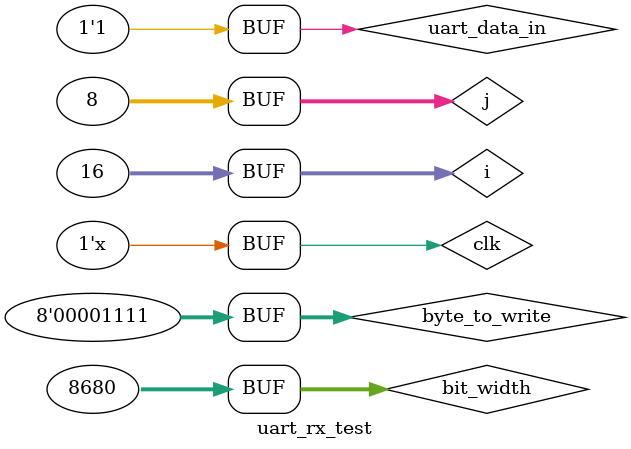
<source format=v>
`timescale 1ns / 1ps


module uart_rx_test;

	// Inputs
	reg clk;
	reg uart_data_in;

	// Outputs
	wire byte_rxed;
	wire [7:0] rx_byte;
	
	reg [7:0] byte_to_write = 0;
	
	integer i, j;
	integer bit_width = (100000000/115200) * 10; // times 10 because clock is at 10 ns, not 1ns

	// Instantiate the Unit Under Test (UUT)
	uart_rx uut (
		.clk(clk), 
		.uart_data_in(uart_data_in), 
		.byte_rxed(byte_rxed), 
		.rx_byte(rx_byte)
	);

	initial begin
		// Initialize Inputs
		clk = 0;
		uart_data_in = 1;

		// Wait 100 ns for global reset to finish
		#100;
		 
		// Add stimulus here
		for (i = 0; i < 16; i=i+1) begin
			byte_to_write = i;
			#(bit_width * 2);
			
			// start bit
			uart_data_in = 0;
			#(bit_width);
			for (j = 0; j < 8; j=j+1) begin
				uart_data_in = byte_to_write[j];
				#(bit_width);
			end
			// stop bit
			uart_data_in = 1;
			#(bit_width * 2);
		end

	end
	
	// 100 MHz Clock
	always begin
		#5 clk = !clk;
	end
      
endmodule


</source>
